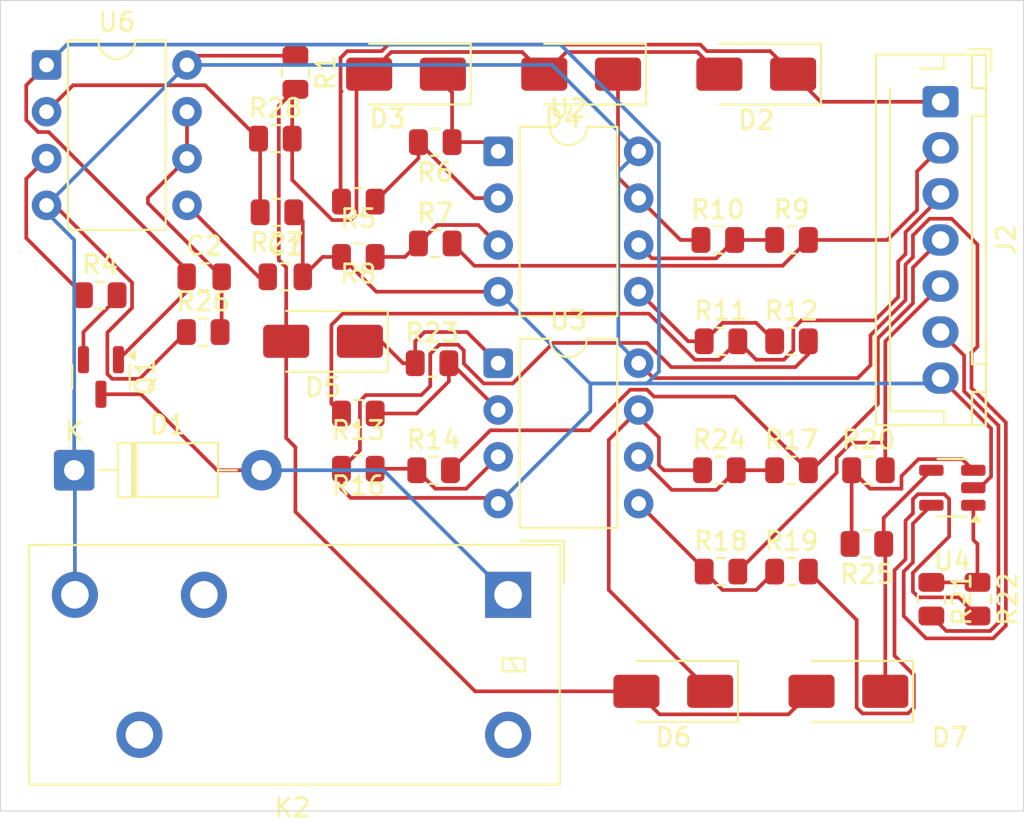
<source format=kicad_pcb>
(kicad_pcb (version 20241229) (generator "pcbnew") (generator_version "9.0")
  (layers (0 "F.Cu" signal) (2 "B.Cu" signal) (13 "F.Paste" user) (15 "B.Paste" user) (5 "F.SilkS" user "F.Silkscreen") (7 "B.SilkS" user "B.Silkscreen") (1 "F.Mask" user) (3 "B.Mask" user) (25 "Edge.Cuts" user))
  (net 0 "")
  (net 1 "/GND")
  (net 2 "Net-(U6-CV)")
  (net 3 "Net-(U6-DIS)")
  (net 4 "/REL")
  (net 5 "/VIN")
  (net 6 "/VD")
  (net 7 "/D10")
  (net 8 "/D20")
  (net 9 "/D30")
  (net 10 "/D40")
  (net 11 "/D50")
  (net 12 "/D60")
  (net 13 "/D22")
  (net 14 "/D12")
  (net 15 "/D42")
  (net 16 "/D52")
  (net 17 "/D32")
  (net 18 "Net-(Q1-G)")
  (net 19 "OUT")
  (net 20 "Net-(U2A--)")
  (net 21 "Net-(U2A-+)")
  (net 22 "Net-(U2B--)")
  (net 23 "Net-(U2B-+)")
  (net 24 "Net-(U3A--)")
  (net 25 "Net-(U3A-+)")
  (net 26 "Net-(U3B--)")
  (net 27 "Net-(U3B-+)")
  (net 28 "Net-(U4--)")
  (net 29 "Net-(U4-+)")
  (net 30 "/TR")
  (footprint "Resistor_SMD:R_0805_2012Metric" (layer "F.Cu") (at 246 143 -90)
    (property "Reference" "R22" (at 0 -1.65 90) (layer "F.SilkS"))
    (property "Value" "10K")
    (pad "1" smd roundrect (at -0.9125 0 270) (size 1.025 1.4) (layers "F.Cu" "F.Mask" "F.Paste") (roundrect_rratio 0.243902) (net 29 "Net-(U4-+)"))
    (pad "2" smd roundrect (at 0.9125 0 270) (size 1.025 1.4) (layers "F.Cu" "F.Mask" "F.Paste") (roundrect_rratio 0.243902) (net 1 "/GND"))
  )
  (footprint "Package_DIP:DIP-8_W7.62mm" (layer "F.Cu") (at 195.5 114)
    (property "Reference" "U6" (at 3.81 -2.33 0) (layer "F.SilkS"))
    (property "Value" "LMC555xN")
    (pad "1" thru_hole roundrect (at 0 0) (size 1.6 1.6) (drill 0.8) (layers "*.Cu" "*.Mask") (roundrect_rratio 0.15625) (net 1 "/GND"))
    (pad "2" thru_hole circle (at 0 2.54) (size 1.6 1.6) (drill 0.8) (layers "*.Cu" "*.Mask") (net 30 "/TR"))
    (pad "3" thru_hole circle (at 0 5.08) (size 1.6 1.6) (drill 0.8) (layers "*.Cu" "*.Mask") (net 19 "OUT"))
    (pad "4" thru_hole circle (at 0 7.62) (size 1.6 1.6) (drill 0.8) (layers "*.Cu" "*.Mask") (net 5 "/VIN"))
    (pad "5" thru_hole circle (at 7.62 7.62) (size 1.6 1.6) (drill 0.8) (layers "*.Cu" "*.Mask") (net 2 "Net-(U6-CV)"))
    (pad "6" thru_hole circle (at 7.62 5.08) (size 1.6 1.6) (drill 0.8) (layers "*.Cu" "*.Mask") (net 3 "Net-(U6-DIS)"))
    (pad "7" thru_hole circle (at 7.62 2.54) (size 1.6 1.6) (drill 0.8) (layers "*.Cu" "*.Mask") (net 3 "Net-(U6-DIS)"))
    (pad "8" thru_hole circle (at 7.62 0) (size 1.6 1.6) (drill 0.8) (layers "*.Cu" "*.Mask") (net 5 "/VIN"))
  )
  (footprint "Resistor_SMD:R_0805_2012Metric" (layer "F.Cu") (at 209 114.4125 -90)
    (property "Reference" "R1" (at 0 -1.65 90) (layer "F.SilkS"))
    (property "Value" "10k")
    (pad "1" smd roundrect (at -0.9125 0 270) (size 1.025 1.4) (layers "F.Cu" "F.Mask" "F.Paste") (roundrect_rratio 0.243902) (net 5 "/VIN"))
    (pad "2" smd roundrect (at 0.9125 0 270) (size 1.025 1.4) (layers "F.Cu" "F.Mask" "F.Paste") (roundrect_rratio 0.243902) (net 6 "/VD"))
  )
  (footprint "Resistor_SMD:R_0805_2012Metric" (layer "F.Cu") (at 216.5 136)
    (property "Reference" "R14" (at 0 -1.65 0) (layer "F.SilkS"))
    (property "Value" "10K")
    (pad "1" smd roundrect (at -0.9125 0) (size 1.025 1.4) (layers "F.Cu" "F.Mask" "F.Paste") (roundrect_rratio 0.243902) (net 25 "Net-(U3A-+)"))
    (pad "2" smd roundrect (at 0.9125 0) (size 1.025 1.4) (layers "F.Cu" "F.Mask" "F.Paste") (roundrect_rratio 0.243902) (net 17 "/D32"))
  )
  (footprint "Diode_SMD:D_SMA" (layer "F.Cu") (at 229.5 148 180)
    (property "Reference" "D6" (at 0 -2.5 0) (layer "F.SilkS"))
    (property "Value" "SS14")
    (pad "1" smd roundrect (at -2 0 180) (size 2.5 1.8) (layers "F.Cu" "F.Mask" "F.Paste") (roundrect_rratio 0.1388888889) (net 11 "/D50"))
    (pad "2" smd roundrect (at 2 0 180) (size 2.5 1.8) (layers "F.Cu" "F.Mask" "F.Paste") (roundrect_rratio 0.1388888889) (net 6 "/VD"))
  )
  (footprint "Resistor_SMD:R_0805_2012Metric" (layer "F.Cu") (at 212.4125 132.92 180)
    (property "Reference" "R13" (at 0 -0.92 0) (layer "F.SilkS"))
    (property "Value" "10K")
    (pad "1" smd roundrect (at -0.9125 0 180) (size 1.025 1.4) (layers "F.Cu" "F.Mask" "F.Paste") (roundrect_rratio 0.243902) (net 24 "Net-(U3A--)"))
    (pad "2" smd roundrect (at 0.9125 0 180) (size 1.025 1.4) (layers "F.Cu" "F.Mask" "F.Paste") (roundrect_rratio 0.243902) (net 13 "/D22"))
  )
  (footprint "Diode_SMD:D_SMA" (layer "F.Cu") (at 215 114.5 180)
    (property "Reference" "D3" (at 1 -2.42 0) (layer "F.SilkS"))
    (property "Value" "SS14")
    (pad "1" smd roundrect (at -2 0 180) (size 2.5 1.8) (layers "F.Cu" "F.Mask" "F.Paste") (roundrect_rratio 0.1388888889) (net 8 "/D20"))
    (pad "2" smd roundrect (at 2 0 180) (size 2.5 1.8) (layers "F.Cu" "F.Mask" "F.Paste") (roundrect_rratio 0.1388888889) (net 6 "/VD"))
  )
  (footprint "Resistor_SMD:R_0805_2012Metric" (layer "F.Cu") (at 207.9125 118)
    (property "Reference" "R28" (at 0 -1.65 0) (layer "F.SilkS"))
    (property "Value" "75k")
    (pad "1" smd roundrect (at -0.9125 0) (size 1.025 1.4) (layers "F.Cu" "F.Mask" "F.Paste") (roundrect_rratio 0.243902) (net 30 "/TR"))
    (pad "2" smd roundrect (at 0.9125 0) (size 1.025 1.4) (layers "F.Cu" "F.Mask" "F.Paste") (roundrect_rratio 0.243902) (net 6 "/VD"))
  )
  (footprint "Resistor_SMD:R_0805_2012Metric" (layer "F.Cu") (at 235.9125 141.5)
    (property "Reference" "R19" (at 0 -1.65 0) (layer "F.SilkS"))
    (property "Value" "10K")
    (pad "1" smd roundrect (at -0.9125 0) (size 1.025 1.4) (layers "F.Cu" "F.Mask" "F.Paste") (roundrect_rratio 0.243902) (net 27 "Net-(U3B-+)"))
    (pad "2" smd roundrect (at 0.9125 0) (size 1.025 1.4) (layers "F.Cu" "F.Mask" "F.Paste") (roundrect_rratio 0.243902) (net 1 "/GND"))
  )
  (footprint "Resistor_SMD:R_0805_2012Metric" (layer "F.Cu") (at 231.9125 123.5)
    (property "Reference" "R10" (at 0 -1.65 0) (layer "F.SilkS"))
    (property "Value" "10K")
    (pad "1" smd roundrect (at -0.9125 0) (size 1.025 1.4) (layers "F.Cu" "F.Mask" "F.Paste") (roundrect_rratio 0.243902) (net 9 "/D30"))
    (pad "2" smd roundrect (at 0.9125 0) (size 1.025 1.4) (layers "F.Cu" "F.Mask" "F.Paste") (roundrect_rratio 0.243902) (net 22 "Net-(U2B--)"))
  )
  (footprint "Resistor_SMD:R_0805_2012Metric" (layer "F.Cu") (at 212.4125 124.42 180)
    (property "Reference" "R8" (at 0 -0.92 0) (layer "F.SilkS"))
    (property "Value" "10K")
    (pad "1" smd roundrect (at -0.9125 0 180) (size 1.025 1.4) (layers "F.Cu" "F.Mask" "F.Paste") (roundrect_rratio 0.243902) (net 21 "Net-(U2A-+)"))
    (pad "2" smd roundrect (at 0.9125 0 180) (size 1.025 1.4) (layers "F.Cu" "F.Mask" "F.Paste") (roundrect_rratio 0.243902) (net 1 "/GND"))
  )
  (footprint "Capacitor_SMD:C_0805_2012Metric" (layer "F.Cu") (at 208.45 125.5)
    (property "Reference" "C1" (at 0 -1.68 0) (layer "F.SilkS"))
    (property "Value" "1uF")
    (pad "1" smd roundrect (at -0.95 0) (size 1 1.45) (layers "F.Cu" "F.Mask" "F.Paste") (net 2 "Net-(U6-CV)"))
    (pad "2" smd roundrect (at 0.95 0) (size 1 1.45) (layers "F.Cu" "F.Mask" "F.Paste") (net 1 "/GND"))
  )
  (footprint "Relay_THT:Relay_SPDT_Panasonic_JW1_FormC" (layer "F.Cu") (at 220.5375 142.7625 180)
    (property "Reference" "K2" (at 11.7 -11.55 0) (layer "F.SilkS"))
    (property "Value" "~")
    (pad "1" thru_hole rect (at 0 0 270) (size 2.5 2.5) (drill 1.5) (layers "*.Cu" "*.Mask") (net 4 "/REL"))
    (pad "2" thru_hole oval (at 16.5 0 270) (size 2.5 2.5) (drill 1.5) (layers "*.Cu" "*.Mask"))
    (pad "4" thru_hole oval (at 23.5 0 270) (size 2.5 2.5) (drill 1.5) (layers "*.Cu" "*.Mask") (net 5 "/VIN"))
    (pad "6" thru_hole oval (at 20 -7.6 270) (size 2.5 2.5) (drill 1.5) (layers "*.Cu" "*.Mask"))
    (pad "8" thru_hole oval (at 0 -7.6 270) (size 2.5 2.5) (drill 1.5) (layers "*.Cu" "*.Mask"))
  )
  (footprint "Package_TO_SOT_SMD:SOT-23" (layer "F.Cu") (at 198.45 130.9375 -90)
    (property "Reference" "Q1" (at 0 -2.4 90) (layer "F.SilkS"))
    (property "Value" "NMOS")
    (pad "1" smd roundrect (at -0.9375 -0.95 270) (size 1.475 0.6) (layers "F.Cu" "F.Mask" "F.Paste") (net 1 "/GND"))
    (pad "2" smd roundrect (at -0.9375 0.95 270) (size 1.475 0.6) (layers "F.Cu" "F.Mask" "F.Paste") (net 18 "Net-(Q1-G)"))
    (pad "3" smd roundrect (at 0.9375 0 270) (size 1.475 0.6) (layers "F.Cu" "F.Mask" "F.Paste") (net 4 "/REL"))
  )
  (footprint "Resistor_SMD:R_0805_2012Metric" (layer "F.Cu") (at 216.5875 123.69)
    (property "Reference" "R7" (at 0 -1.65 0) (layer "F.SilkS"))
    (property "Value" "10K")
    (pad "1" smd roundrect (at -0.9125 0) (size 1.025 1.4) (layers "F.Cu" "F.Mask" "F.Paste") (roundrect_rratio 0.243902) (net 21 "Net-(U2A-+)"))
    (pad "2" smd roundrect (at 0.9125 0) (size 1.025 1.4) (layers "F.Cu" "F.Mask" "F.Paste") (roundrect_rratio 0.243902) (net 14 "/D12"))
  )
  (footprint "Resistor_SMD:R_0805_2012Metric" (layer "F.Cu") (at 212.4125 121.42 180)
    (property "Reference" "R5" (at 0 -0.92 0) (layer "F.SilkS"))
    (property "Value" "10K")
    (pad "1" smd roundrect (at -0.9125 0 180) (size 1.025 1.4) (layers "F.Cu" "F.Mask" "F.Paste") (roundrect_rratio 0.243902) (net 20 "Net-(U2A--)"))
    (pad "2" smd roundrect (at 0.9125 0 180) (size 1.025 1.4) (layers "F.Cu" "F.Mask" "F.Paste") (roundrect_rratio 0.243902) (net 7 "/D10"))
  )
  (footprint "Resistor_SMD:R_0805_2012Metric" (layer "F.Cu") (at 235.9125 129)
    (property "Reference" "R12" (at 0 -1.65 0) (layer "F.SilkS"))
    (property "Value" "10K")
    (pad "1" smd roundrect (at -0.9125 0) (size 1.025 1.4) (layers "F.Cu" "F.Mask" "F.Paste") (roundrect_rratio 0.243902) (net 23 "Net-(U2B-+)"))
    (pad "2" smd roundrect (at 0.9125 0) (size 1.025 1.4) (layers "F.Cu" "F.Mask" "F.Paste") (roundrect_rratio 0.243902) (net 1 "/GND"))
  )
  (footprint "Resistor_SMD:R_0805_2012Metric" (layer "F.Cu") (at 232.0875 129)
    (property "Reference" "R11" (at 0 -1.65 0) (layer "F.SilkS"))
    (property "Value" "10K")
    (pad "1" smd roundrect (at -0.9125 0) (size 1.025 1.4) (layers "F.Cu" "F.Mask" "F.Paste") (roundrect_rratio 0.243902) (net 23 "Net-(U2B-+)"))
    (pad "2" smd roundrect (at 0.9125 0) (size 1.025 1.4) (layers "F.Cu" "F.Mask" "F.Paste") (roundrect_rratio 0.243902) (net 13 "/D22"))
  )
  (footprint "Resistor_SMD:R_0805_2012Metric" (layer "F.Cu") (at 212.4125 135.92 180)
    (property "Reference" "R16" (at 0 -0.92 0) (layer "F.SilkS"))
    (property "Value" "10K")
    (pad "1" smd roundrect (at -0.9125 0 180) (size 1.025 1.4) (layers "F.Cu" "F.Mask" "F.Paste") (roundrect_rratio 0.243902) (net 25 "Net-(U3A-+)"))
    (pad "2" smd roundrect (at 0.9125 0 180) (size 1.025 1.4) (layers "F.Cu" "F.Mask" "F.Paste") (roundrect_rratio 0.243902) (net 1 "/GND"))
  )
  (footprint "Resistor_SMD:R_0805_2012Metric" (layer "F.Cu") (at 243.5 143 -90)
    (property "Reference" "R21" (at 0 -1.65 90) (layer "F.SilkS"))
    (property "Value" "10K")
    (pad "1" smd roundrect (at -0.9125 0 270) (size 1.025 1.4) (layers "F.Cu" "F.Mask" "F.Paste") (roundrect_rratio 0.243902) (net 29 "Net-(U4-+)"))
    (pad "2" smd roundrect (at 0.9125 0 270) (size 1.025 1.4) (layers "F.Cu" "F.Mask" "F.Paste") (roundrect_rratio 0.243902) (net 16 "/D52"))
  )
  (footprint "Connector_JST:JST_XH_B7B-XH-AM_1x07_P2.50mm_Vertical" (layer "F.Cu") (at 244 116 -90)
    (property "Reference" "J2" (at 7.5 -3.55 90) (layer "F.SilkS"))
    (property "Value" "Conn_01x07_Pin")
    (pad "" np_thru_hole circle (at -1.6 2 270) (size 1.2 1.2) (drill 1.2) (layers "*.Cu" "*.Mask"))
    (pad "1" thru_hole roundrect (at 0 0 270) (size 1.7 1.95) (drill 0.95) (layers "*.Cu" "*.Mask") (roundrect_rratio 0.147059) (net 7 "/D10"))
    (pad "2" thru_hole oval (at 2.5 0 270) (size 1.7 1.95) (drill 0.95) (layers "*.Cu" "*.Mask") (net 14 "/D12"))
    (pad "3" thru_hole oval (at 5 0 270) (size 1.7 1.95) (drill 0.95) (layers "*.Cu" "*.Mask") (net 13 "/D22"))
    (pad "4" thru_hole oval (at 7.5 0 270) (size 1.7 1.95) (drill 0.95) (layers "*.Cu" "*.Mask") (net 17 "/D32"))
    (pad "5" thru_hole oval (at 10 0 270) (size 1.7 1.95) (drill 0.95) (layers "*.Cu" "*.Mask") (net 15 "/D42"))
    (pad "6" thru_hole oval (at 12.5 0 270) (size 1.7 1.95) (drill 0.95) (layers "*.Cu" "*.Mask") (net 16 "/D52"))
    (pad "7" thru_hole oval (at 15 0 270) (size 1.7 1.95) (drill 0.95) (layers "*.Cu" "*.Mask") (net 1 "/GND"))
  )
  (footprint "Diode_THT:D_DO-41_SOD81_P10.16mm_Horizontal" (layer "F.Cu") (at 197 136)
    (property "Reference" "D1" (at 5.08 -2.47 0) (layer "F.SilkS"))
    (property "Value" "1N4001")
    (fp_text user "K" (at 0 -2.1 0) (layer "F.SilkS"))
    (pad "1" thru_hole roundrect (at 0 0) (size 2.2 2.2) (drill 1.1) (layers "*.Cu" "*.Mask") (roundrect_rratio 0.113636) (net 5 "/VIN"))
    (pad "2" thru_hole circle (at 10.16 0) (size 2.2 2.2) (drill 1.1) (layers "*.Cu" "*.Mask") (net 4 "/REL"))
  )
  (footprint "Diode_SMD:D_SMA" (layer "F.Cu") (at 234 114.5 180)
    (property "Reference" "D2" (at 0 -2.5 0) (layer "F.SilkS"))
    (property "Value" "SS14")
    (pad "1" smd roundrect (at -2 0 180) (size 2.5 1.8) (layers "F.Cu" "F.Mask" "F.Paste") (roundrect_rratio 0.1388888889) (net 7 "/D10"))
    (pad "2" smd roundrect (at 2 0 180) (size 2.5 1.8) (layers "F.Cu" "F.Mask" "F.Paste") (roundrect_rratio 0.1388888889) (net 6 "/VD"))
  )
  (footprint "Resistor_SMD:R_0805_2012Metric" (layer "F.Cu") (at 240 140 180)
    (property "Reference" "R25" (at 0 -1.65 0) (layer "F.SilkS"))
    (property "Value" "10K")
    (pad "1" smd roundrect (at -0.9125 0 180) (size 1.025 1.4) (layers "F.Cu" "F.Mask" "F.Paste") (roundrect_rratio 0.243902) (net 12 "/D60"))
    (pad "2" smd roundrect (at 0.9125 0 180) (size 1.025 1.4) (layers "F.Cu" "F.Mask" "F.Paste") (roundrect_rratio 0.243902) (net 28 "Net-(U4--)"))
  )
  (footprint "Resistor_SMD:R_0805_2012Metric" (layer "F.Cu") (at 204 128.5)
    (property "Reference" "R26" (at 0 -1.65 0) (layer "F.SilkS"))
    (property "Value" "4.7k")
    (pad "1" smd roundrect (at -0.9125 0) (size 1.025 1.4) (layers "F.Cu" "F.Mask" "F.Paste") (roundrect_rratio 0.243902) (net 5 "/VIN"))
    (pad "2" smd roundrect (at 0.9125 0) (size 1.025 1.4) (layers "F.Cu" "F.Mask" "F.Paste") (roundrect_rratio 0.243902) (net 3 "Net-(U6-DIS)"))
  )
  (footprint "Package_DIP:DIP-8_W7.62mm" (layer "F.Cu") (at 220 118.69)
    (property "Reference" "U2" (at 3.81 -2.33 0) (layer "F.SilkS"))
    (property "Value" "LM358")
    (pad "1" thru_hole roundrect (at 0 0) (size 1.6 1.6) (drill 0.8) (layers "*.Cu" "*.Mask") (roundrect_rratio 0.15625) (net 8 "/D20"))
    (pad "2" thru_hole circle (at 0 2.54) (size 1.6 1.6) (drill 0.8) (layers "*.Cu" "*.Mask") (net 20 "Net-(U2A--)"))
    (pad "3" thru_hole circle (at 0 5.08) (size 1.6 1.6) (drill 0.8) (layers "*.Cu" "*.Mask") (net 21 "Net-(U2A-+)"))
    (pad "4" thru_hole circle (at 0 7.62) (size 1.6 1.6) (drill 0.8) (layers "*.Cu" "*.Mask") (net 1 "/GND"))
    (pad "5" thru_hole circle (at 7.62 7.62) (size 1.6 1.6) (drill 0.8) (layers "*.Cu" "*.Mask") (net 23 "Net-(U2B-+)"))
    (pad "6" thru_hole circle (at 7.62 5.08) (size 1.6 1.6) (drill 0.8) (layers "*.Cu" "*.Mask") (net 22 "Net-(U2B--)"))
    (pad "7" thru_hole circle (at 7.62 2.54) (size 1.6 1.6) (drill 0.8) (layers "*.Cu" "*.Mask") (net 9 "/D30"))
    (pad "8" thru_hole circle (at 7.62 0) (size 1.6 1.6) (drill 0.8) (layers "*.Cu" "*.Mask") (net 5 "/VIN"))
  )
  (footprint "Resistor_SMD:R_0805_2012Metric" (layer "F.Cu") (at 208 122 180)
    (property "Reference" "R27" (at 0 -1.65 0) (layer "F.SilkS"))
    (property "Value" "200k")
    (pad "1" smd roundrect (at -0.9125 0 180) (size 1.025 1.4) (layers "F.Cu" "F.Mask" "F.Paste") (roundrect_rratio 0.243902) (net 1 "/GND"))
    (pad "2" smd roundrect (at 0.9125 0 180) (size 1.025 1.4) (layers "F.Cu" "F.Mask" "F.Paste") (roundrect_rratio 0.243902) (net 30 "/TR"))
  )
  (footprint "Resistor_SMD:R_0805_2012Metric" (layer "F.Cu") (at 216.5875 118.19 180)
    (property "Reference" "R6" (at 0 -1.65 0) (layer "F.SilkS"))
    (property "Value" "10K")
    (pad "1" smd roundrect (at -0.9125 0 180) (size 1.025 1.4) (layers "F.Cu" "F.Mask" "F.Paste") (roundrect_rratio 0.243902) (net 8 "/D20"))
    (pad "2" smd roundrect (at 0.9125 0 180) (size 1.025 1.4) (layers "F.Cu" "F.Mask" "F.Paste") (roundrect_rratio 0.243902) (net 20 "Net-(U2A--)"))
  )
  (footprint "Resistor_SMD:R_0805_2012Metric" (layer "F.Cu") (at 198.4125 126.5)
    (property "Reference" "R4" (at 0 -1.65 0) (layer "F.SilkS"))
    (property "Value" "4.7k")
    (pad "1" smd roundrect (at -0.9125 0) (size 1.025 1.4) (layers "F.Cu" "F.Mask" "F.Paste") (roundrect_rratio 0.243902) (net 19 "OUT"))
    (pad "2" smd roundrect (at 0.9125 0) (size 1.025 1.4) (layers "F.Cu" "F.Mask" "F.Paste") (roundrect_rratio 0.243902) (net 18 "Net-(Q1-G)"))
  )
  (footprint "Package_DIP:DIP-8_W7.62mm" (layer "F.Cu") (at 220 130.19)
    (property "Reference" "U3" (at 3.81 -2.33 0) (layer "F.SilkS"))
    (property "Value" "LM358")
    (pad "1" thru_hole roundrect (at 0 0) (size 1.6 1.6) (drill 0.8) (layers "*.Cu" "*.Mask") (roundrect_rratio 0.15625) (net 10 "/D40"))
    (pad "2" thru_hole circle (at 0 2.54) (size 1.6 1.6) (drill 0.8) (layers "*.Cu" "*.Mask") (net 24 "Net-(U3A--)"))
    (pad "3" thru_hole circle (at 0 5.08) (size 1.6 1.6) (drill 0.8) (layers "*.Cu" "*.Mask") (net 25 "Net-(U3A-+)"))
    (pad "4" thru_hole circle (at 0 7.62) (size 1.6 1.6) (drill 0.8) (layers "*.Cu" "*.Mask") (net 1 "/GND"))
    (pad "5" thru_hole circle (at 7.62 7.62) (size 1.6 1.6) (drill 0.8) (layers "*.Cu" "*.Mask") (net 27 "Net-(U3B-+)"))
    (pad "6" thru_hole circle (at 7.62 5.08) (size 1.6 1.6) (drill 0.8) (layers "*.Cu" "*.Mask") (net 26 "Net-(U3B--)"))
    (pad "7" thru_hole circle (at 7.62 2.54) (size 1.6 1.6) (drill 0.8) (layers "*.Cu" "*.Mask") (net 11 "/D50"))
    (pad "8" thru_hole circle (at 7.62 0) (size 1.6 1.6) (drill 0.8) (layers "*.Cu" "*.Mask") (net 5 "/VIN"))
  )
  (footprint "Resistor_SMD:R_0805_2012Metric" (layer "F.Cu") (at 216.4125 130.19)
    (property "Reference" "R23" (at 0 -1.65 0) (layer "F.SilkS"))
    (property "Value" "10K")
    (pad "1" smd roundrect (at -0.9125 0) (size 1.025 1.4) (layers "F.Cu" "F.Mask" "F.Paste") (roundrect_rratio 0.243902) (net 10 "/D40"))
    (pad "2" smd roundrect (at 0.9125 0) (size 1.025 1.4) (layers "F.Cu" "F.Mask" "F.Paste") (roundrect_rratio 0.243902) (net 24 "Net-(U3A--)"))
  )
  (footprint "Resistor_SMD:R_0805_2012Metric" (layer "F.Cu") (at 235.9125 136)
    (property "Reference" "R17" (at 0 -1.65 0) (layer "F.SilkS"))
    (property "Value" "10K")
    (pad "1" smd roundrect (at -0.9125 0) (size 1.025 1.4) (layers "F.Cu" "F.Mask" "F.Paste") (roundrect_rratio 0.243902) (net 26 "Net-(U3B--)"))
    (pad "2" smd roundrect (at 0.9125 0) (size 1.025 1.4) (layers "F.Cu" "F.Mask" "F.Paste") (roundrect_rratio 0.243902) (net 17 "/D32"))
  )
  (footprint "Resistor_SMD:R_0805_2012Metric" (layer "F.Cu") (at 240.0875 136)
    (property "Reference" "R20" (at 0 -1.65 0) (layer "F.SilkS"))
    (property "Value" "10K")
    (pad "1" smd roundrect (at -0.9125 0) (size 1.025 1.4) (layers "F.Cu" "F.Mask" "F.Paste") (roundrect_rratio 0.243902) (net 28 "Net-(U4--)"))
    (pad "2" smd roundrect (at 0.9125 0) (size 1.025 1.4) (layers "F.Cu" "F.Mask" "F.Paste") (roundrect_rratio 0.243902) (net 15 "/D42"))
  )
  (footprint "Diode_SMD:D_SMA" (layer "F.Cu") (at 224.5 114.5 180)
    (property "Reference" "D4" (at 1 -2.42 0) (layer "F.SilkS"))
    (property "Value" "SS14")
    (pad "1" smd roundrect (at -2 0 180) (size 2.5 1.8) (layers "F.Cu" "F.Mask" "F.Paste") (roundrect_rratio 0.1388888889) (net 9 "/D30"))
    (pad "2" smd roundrect (at 2 0 180) (size 2.5 1.8) (layers "F.Cu" "F.Mask" "F.Paste") (roundrect_rratio 0.1388888889) (net 6 "/VD"))
  )
  (footprint "Package_TO_SOT_SMD:SOT-23-5" (layer "F.Cu") (at 244.6375 136.95 180)
    (property "Reference" "U4" (at 0 -3.9875 0) (layer "F.SilkS"))
    (property "Value" "LM321")
    (pad "1" smd roundrect (at -1.1375 -0.95 180) (size 1.325 0.6) (layers "F.Cu" "F.Mask" "F.Paste") (net 29 "Net-(U4-+)"))
    (pad "2" smd roundrect (at -1.1375 0 180) (size 1.325 0.6) (layers "F.Cu" "F.Mask" "F.Paste") (net 1 "/GND"))
    (pad "3" smd roundrect (at -1.1375 0.95 180) (size 1.325 0.6) (layers "F.Cu" "F.Mask" "F.Paste") (net 28 "Net-(U4--)"))
    (pad "4" smd roundrect (at 1.1375 0.95 180) (size 1.325 0.6) (layers "F.Cu" "F.Mask" "F.Paste") (net 12 "/D60"))
    (pad "5" smd roundrect (at 1.1375 -0.95 180) (size 1.325 0.6) (layers "F.Cu" "F.Mask" "F.Paste") (net 5 "/VIN"))
  )
  (footprint "Diode_SMD:D_SMA" (layer "F.Cu") (at 239 148 180)
    (property "Reference" "D7" (at -5.5 -2.5 0) (layer "F.SilkS"))
    (property "Value" "SS14")
    (pad "1" smd roundrect (at -2 0 180) (size 2.5 1.8) (layers "F.Cu" "F.Mask" "F.Paste") (roundrect_rratio 0.1388888889) (net 12 "/D60"))
    (pad "2" smd roundrect (at 2 0 180) (size 2.5 1.8) (layers "F.Cu" "F.Mask" "F.Paste") (roundrect_rratio 0.1388888889) (net 6 "/VD"))
  )
  (footprint "Diode_SMD:D_SMA" (layer "F.Cu") (at 210.5 129 180)
    (property "Reference" "D5" (at 0 -2.5 0) (layer "F.SilkS"))
    (property "Value" "SS14")
    (pad "1" smd roundrect (at -2 0 180) (size 2.5 1.8) (layers "F.Cu" "F.Mask" "F.Paste") (roundrect_rratio 0.1388888889) (net 10 "/D40"))
    (pad "2" smd roundrect (at 2 0 180) (size 2.5 1.8) (layers "F.Cu" "F.Mask" "F.Paste") (roundrect_rratio 0.1388888889) (net 6 "/VD"))
  )
  (footprint "Resistor_SMD:R_0805_2012Metric" (layer "F.Cu") (at 235.9125 123.5)
    (property "Reference" "R9" (at 0 -1.65 0) (layer "F.SilkS"))
    (property "Value" "10K")
    (pad "1" smd roundrect (at -0.9125 0) (size 1.025 1.4) (layers "F.Cu" "F.Mask" "F.Paste") (roundrect_rratio 0.243902) (net 22 "Net-(U2B--)"))
    (pad "2" smd roundrect (at 0.9125 0) (size 1.025 1.4) (layers "F.Cu" "F.Mask" "F.Paste") (roundrect_rratio 0.243902) (net 14 "/D12"))
  )
  (footprint "Resistor_SMD:R_0805_2012Metric" (layer "F.Cu") (at 232 136)
    (property "Reference" "R24" (at 0 -1.65 0) (layer "F.SilkS"))
    (property "Value" "10K")
    (pad "1" smd roundrect (at -0.9125 0) (size 1.025 1.4) (layers "F.Cu" "F.Mask" "F.Paste") (roundrect_rratio 0.243902) (net 11 "/D50"))
    (pad "2" smd roundrect (at 0.9125 0) (size 1.025 1.4) (layers "F.Cu" "F.Mask" "F.Paste") (roundrect_rratio 0.243902) (net 26 "Net-(U3B--)"))
  )
  (footprint "Capacitor_SMD:C_0805_2012Metric" (layer "F.Cu") (at 204.05 125.5)
    (property "Reference" "C2" (at 0 -1.68 0) (layer "F.SilkS"))
    (property "Value" "1uF")
    (pad "1" smd roundrect (at -0.95 0) (size 1 1.45) (layers "F.Cu" "F.Mask" "F.Paste") (net 1 "/GND"))
    (pad "2" smd roundrect (at 0.95 0) (size 1 1.45) (layers "F.Cu" "F.Mask" "F.Paste") (net 3 "Net-(U6-DIS)"))
  )
  (footprint "Resistor_SMD:R_0805_2012Metric" (layer "F.Cu") (at 232.0875 141.5)
    (property "Reference" "R18" (at 0 -1.65 0) (layer "F.SilkS"))
    (property "Value" "10K")
    (pad "1" smd roundrect (at -0.9125 0) (size 1.025 1.4) (layers "F.Cu" "F.Mask" "F.Paste") (roundrect_rratio 0.243902) (net 27 "Net-(U3B-+)"))
    (pad "2" smd roundrect (at 0.9125 0) (size 1.025 1.4) (layers "F.Cu" "F.Mask" "F.Paste") (roundrect_rratio 0.243902) (net 15 "/D42"))
  )
  (gr_rect (start 193 110.5) (end 248.5 154.5) (stroke (width 0.05)) (fill no) (layer "Edge.Cuts"))
  (segment (start 195.5 114) (end 194.399 115.101) (width 0.2) (layer "F.Cu") (net 1))
  (segment (start 242.099 140.8339) (end 241.5 141.4329) (width 0.2) (layer "F.Cu") (net 1))
  (segment (start 242.551 148.88516) (end 242.23516 149.201) (width 0.2) (layer "F.Cu") (net 1))
  (segment (start 218.1385 130.21466) (end 218.1385 129.50484) (width 0.2) (layer "F.Cu") (net 1))
  (segment (start 212.5 132.24634) (end 212.5 134.92) (width 0.2) (layer "F.Cu") (net 1))
  (segment (start 210.48 124.42) (end 209.4 125.5) (width 0.2) (layer "F.Cu") (net 1))
  (segment (start 222.98716 129.089) (end 220.78516 131.291) (width 0.2) (layer "F.Cu") (net 1))
  (segment (start 246.7385 133.7385) (end 244 131) (width 0.2) (layer "F.Cu") (net 1))
  (segment (start 218.1385 129.50484) (end 217.82266 129.189) (width 0.2) (layer "F.Cu") (net 1))
  (segment (start 211.5 137) (end 211.5 135.92) (width 0.2) (layer "F.Cu") (net 1))
  (segment (start 220.78516 131.291) (end 219.21484 131.291) (width 0.2) (layer "F.Cu") (net 1))
  (segment (start 212 137.5) (end 211.5 137) (width 0.2) (layer "F.Cu") (net 1))
  (segment (start 229.38905 130.402) (end 228.07605 129.089) (width 0.2) (layer "F.Cu") (net 1))
  (segment (start 195.61805 117.641) (end 203.1 125.12295) (width 0.2) (layer "F.Cu") (net 1))
  (segment (start 242.099 138.7339) (end 242.099 140.8339) (width 0.2) (layer "F.Cu") (net 1))
  (segment (start 242.23516 149.201) (end 239.76484 149.201) (width 0.2) (layer "F.Cu") (net 1))
  (segment (start 216.3135 131.4365) (end 215.831 131.919) (width 0.2) (layer "F.Cu") (net 1))
  (segment (start 220 137.81) (end 219.69 137.5) (width 0.2) (layer "F.Cu") (net 1))
  (segment (start 220 126.31) (end 213.39 126.31) (width 0.2) (layer "F.Cu") (net 1))
  (segment (start 236.825 129.7) (end 236.123 130.402) (width 0.2) (layer "F.Cu") (net 1))
  (segment (start 213.39 126.31) (end 211.5 124.42) (width 0.2) (layer "F.Cu") (net 1))
  (segment (start 244.4635 137.559032) (end 244.203468 137.299) (width 0.2) (layer "F.Cu") (net 1))
  (segment (start 212.82734 131.919) (end 212.5 132.24634) (width 0.2) (layer "F.Cu") (net 1))
  (segment (start 215.831 131.919) (end 212.82734 131.919) (width 0.2) (layer "F.Cu") (net 1))
  (segment (start 203.1 125.12295) (end 203.1 125.5) (width 0.2) (layer "F.Cu") (net 1))
  (segment (start 245.775 136.95) (end 246.129468 136.95) (width 0.2) (layer "F.Cu") (net 1))
  (segment (start 246.7385 136.340968) (end 246.7385 133.7385) (width 0.2) (layer "F.Cu") (net 1))
  (segment (start 219.21484 131.291) (end 218.1385 130.21466) (width 0.2) (layer "F.Cu") (net 1))
  (segment (start 217.82266 129.189) (end 216.811 129.189) (width 0.2) (layer "F.Cu") (net 1))
  (segment (start 239.76484 149.201) (end 239.449 148.88516) (width 0.2) (layer "F.Cu") (net 1))
  (segment (start 209.4 122.4875) (end 208.9125 122) (width 0.2) (layer "F.Cu") (net 1))
  (segment (start 244.203468 137.299) (end 242.7681 137.299) (width 0.2) (layer "F.Cu") (net 1))
  (segment (start 241.5 146.06384) (end 242.551 147.11484) (width 0.2) (layer "F.Cu") (net 1))
  (segment (start 246 143.9125) (end 244.9885 142.901) (width 0.2) (layer "F.Cu") (net 1))
  (segment (start 216.3135 129.6865) (end 216.3135 131.4365) (width 0.2) (layer "F.Cu") (net 1))
  (segment (start 211.5 124.42) (end 210.48 124.42) (width 0.2) (layer "F.Cu") (net 1))
  (segment (start 212.5 134.92) (end 211.5 135.92) (width 0.2) (layer "F.Cu") (net 1))
  (segment (start 236.123 130.402) (end 229.38905 130.402) (width 0.2) (layer "F.Cu") (net 1))
  (segment (start 242.551 147.11484) (end 242.551 148.88516) (width 0.2) (layer "F.Cu") (net 1))
  (segment (start 242.499 141.5681) (end 244.4635 139.6036) (width 0.2) (layer "F.Cu") (net 1))
  (segment (start 244.9885 142.901) (end 242.81484 142.901) (width 0.2) (layer "F.Cu") (net 1))
  (segment (start 239.449 144.124) (end 236.825 141.5) (width 0.2) (layer "F.Cu") (net 1))
  (segment (start 242.7681 137.299) (end 242.5 137.5671) (width 0.2) (layer "F.Cu") (net 1))
  (segment (start 242.81484 142.901) (end 242.499 142.58516) (width 0.2) (layer "F.Cu") (net 1))
  (segment (start 246.129468 136.95) (end 246.7385 136.340968) (width 0.2) (layer "F.Cu") (net 1))
  (segment (start 241.5 141.4329) (end 241.5 146.06384) (width 0.2) (layer "F.Cu") (net 1))
  (segment (start 242.499 142.58516) (end 242.499 141.5681) (width 0.2) (layer "F.Cu") (net 1))
  (segment (start 203.1 125.5) (end 203.1 126.3) (width 0.2) (layer "F.Cu") (net 1))
  (segment (start 195.04395 117.641) (end 195.61805 117.641) (width 0.2) (layer "F.Cu") (net 1))
  (segment (start 203.1 126.3) (end 199.4 130) (width 0.2) (layer "F.Cu") (net 1))
  (segment (start 209.4 125.5) (end 209.4 122.4875) (width 0.2) (layer "F.Cu") (net 1))
  (segment (start 239.449 148.88516) (end 239.449 144.124) (width 0.2) (layer "F.Cu") (net 1))
  (segment (start 242.5 138.3329) (end 242.099 138.7339) (width 0.2) (layer "F.Cu") (net 1))
  (segment (start 242.5 137.5671) (end 242.5 138.3329) (width 0.2) (layer "F.Cu") (net 1))
  (segment (start 244.4635 139.6036) (end 244.4635 137.559032) (width 0.2) (layer "F.Cu") (net 1))
  (segment (start 228.07605 129.089) (end 222.98716 129.089) (width 0.2) (layer "F.Cu") (net 1))
  (segment (start 236.825 129) (end 236.825 129.7) (width 0.2) (layer "F.Cu") (net 1))
  (segment (start 194.399 116.99605) (end 195.04395 117.641) (width 0.2) (layer "F.Cu") (net 1))
  (segment (start 194.399 115.101) (end 194.399 116.99605) (width 0.2) (layer "F.Cu") (net 1))
  (segment (start 219.69 137.5) (end 212 137.5) (width 0.2) (layer "F.Cu") (net 1))
  (segment (start 216.811 129.189) (end 216.3135 129.6865) (width 0.2) (layer "F.Cu") (net 1))
  (segment (start 228.07605 131.291) (end 228.721 130.64605) (width 0.2) (layer "B.Cu") (net 1))
  (segment (start 228.721 130.64605) (end 228.721 118.23395) (width 0.2) (layer "B.Cu") (net 1))
  (segment (start 224.981 131.291) (end 228.07605 131.291) (width 0.2) (layer "B.Cu") (net 1))
  (segment (start 196.601 112.899) (end 195.5 114) (width 0.2) (layer "B.Cu") (net 1))
  (segment (start 244 131) (end 243.709 131.291) (width 0.2) (layer "B.Cu") (net 1))
  (segment (start 228.721 118.23395) (end 223.38605 112.899) (width 0.2) (layer "B.Cu") (net 1))
  (segment (start 220 137.81) (end 225 132.81) (width 0.2) (layer "B.Cu") (net 1))
  (segment (start 225 131.291) (end 224.981 131.291) (width 0.2) (layer "B.Cu") (net 1))
  (segment (start 223.38605 112.899) (end 196.601 112.899) (width 0.2) (layer "B.Cu") (net 1))
  (segment (start 243.709 131.291) (end 225 131.291) (width 0.2) (layer "B.Cu") (net 1))
  (segment (start 220 126.31) (end 224.981 131.291) (width 0.2) (layer "B.Cu") (net 1))
  (segment (start 225 132.81) (end 225 131.291) (width 0.2) (layer "B.Cu") (net 1))
  (segment (start 203.12 121.62) (end 207 125.5) (width 0.2) (layer "F.Cu") (net 2))
  (segment (start 207 125.5) (end 207.5 125.5) (width 0.2) (layer "F.Cu") (net 2))
  (segment (start 205 128.4125) (end 204.9125 128.5) (width 0.2) (layer "F.Cu") (net 3))
  (segment (start 203.12 119.08) (end 201 121.2) (width 0.2) (layer "F.Cu") (net 3))
  (segment (start 201 121.5) (end 205 125.5) (width 0.2) (layer "F.Cu") (net 3))
  (segment (start 203.12 116.54) (end 203.12 119.08) (width 0.2) (layer "F.Cu") (net 3))
  (segment (start 201 121.2) (end 201 121.5) (width 0.2) (layer "F.Cu") (net 3))
  (segment (start 205 125.5) (end 205 128.4125) (width 0.2) (layer "F.Cu") (net 3))
  (segment (start 204.75 136) (end 207.16 136) (width 0.2) (layer "F.Cu") (net 4))
  (segment (start 198.45 131.875) (end 200.625 131.875) (width 0.2) (layer "F.Cu") (net 4))
  (segment (start 200.625 131.875) (end 204.75 136) (width 0.2) (layer "F.Cu") (net 4))
  (segment (start 213.775 136) (end 220.5375 142.7625) (width 0.2) (layer "B.Cu") (net 4))
  (segment (start 207.16 136) (end 213.775 136) (width 0.2) (layer "B.Cu") (net 4))
  (segment (start 203.62 113.5) (end 203.12 114) (width 0.2) (layer "F.Cu") (net 5))
  (segment (start 200.1385 125.81484) (end 195.94366 121.62) (width 0.2) (layer "F.Cu") (net 5))
  (segment (start 243.21584 145.127) (end 242 143.91116) (width 0.2) (layer "F.Cu") (net 5))
  (segment (start 239.5 131) (end 240.198 130.302) (width 0.2) (layer "F.Cu") (net 5))
  (segment (start 198.799 130.778468) (end 198.799 128.52466) (width 0.2) (layer "F.Cu") (net 5))
  (segment (start 198.799 128.52466) (end 200.1385 127.18516) (width 0.2) (layer "F.Cu") (net 5))
  (segment (start 246 129.2869) (end 245.677 129.6099) (width 0.2) (layer "F.Cu") (net 5))
  (segment (start 247.5405 144.43776) (end 246.85126 145.127) (width 0.2) (layer "F.Cu") (net 5))
  (segment (start 240.198 130.302) (end 240.198 128.6678) (width 0.2) (layer "F.Cu") (net 5))
  (segment (start 242 141.5) (end 242.5 141) (width 0.2) (layer "F.Cu") (net 5))
  (segment (start 242.099 126.7668) (end 242.099 124.8339) (width 0.2) (layer "F.Cu") (net 5))
  (segment (start 242 143.91116) (end 242 141.5) (width 0.2) (layer "F.Cu") (net 5))
  (segment (start 244.60176 122.349) (end 246 123.74724) (width 0.2) (layer "F.Cu") (net 5))
  (segment (start 200.549 131.0385) (end 199.059032 131.0385) (width 0.2) (layer "F.Cu") (net 5))
  (segment (start 242.5 123.24724) (end 243.39824 122.349) (width 0.2) (layer "F.Cu") (net 5))
  (segment (start 245.677 129.6099) (end 245.677 131.5428) (width 0.2) (layer "F.Cu") (net 5))
  (segment (start 200.1385 127.18516) (end 200.1385 125.81484) (width 0.2) (layer "F.Cu") (net 5))
  (segment (start 242.5 138.9) (end 243.5 137.9) (width 0.2) (layer "F.Cu") (net 5))
  (segment (start 203.0875 128.5) (end 200.549 131.0385) (width 0.2) (layer "F.Cu") (net 5))
  (segment (start 246 123.74724) (end 246 129.2869) (width 0.2) (layer "F.Cu") (net 5))
  (segment (start 227.62 130.19) (end 228.43 131) (width 0.2) (layer "F.Cu") (net 5))
  (segment (start 240.198 128.6678) (end 242.099 126.7668) (width 0.2) (layer "F.Cu") (net 5))
  (segment (start 246.85126 145.127) (end 243.21584 145.127) (width 0.2) (layer "F.Cu") (net 5))
  (segment (start 242.5 124.4329) (end 242.5 123.24724) (width 0.2) (layer "F.Cu") (net 5))
  (segment (start 247.5405 133.4063) (end 247.5405 144.43776) (width 0.2) (layer "F.Cu") (net 5))
  (segment (start 199.059032 131.0385) (end 198.799 130.778468) (width 0.2) (layer "F.Cu") (net 5))
  (segment (start 195.94366 121.62) (end 195.5 121.62) (width 0.2) (layer "F.Cu") (net 5))
  (segment (start 243.39824 122.349) (end 244.60176 122.349) (width 0.2) (layer "F.Cu") (net 5))
  (segment (start 242.099 124.8339) (end 242.5 124.4329) (width 0.2) (layer "F.Cu") (net 5))
  (segment (start 228.43 131) (end 239.5 131) (width 0.2) (layer "F.Cu") (net 5))
  (segment (start 242.5 141) (end 242.5 138.9) (width 0.2) (layer "F.Cu") (net 5))
  (segment (start 209 113.5) (end 203.62 113.5) (width 0.2) (layer "F.Cu") (net 5))
  (segment (start 245.677 131.5428) (end 247.5405 133.4063) (width 0.2) (layer "F.Cu") (net 5))
  (segment (start 227.62 118.69) (end 226.519 119.791) (width 0.2) (layer "B.Cu") (net 5))
  (segment (start 226.519 119.791) (end 226.519 129.089) (width 0.2) (layer "B.Cu") (net 5))
  (segment (start 197 136.5) (end 197.0375 136.5375) (width 0.2) (layer "B.Cu") (net 5))
  (segment (start 195.5 121.62) (end 195.5 122) (width 0.2) (layer "B.Cu") (net 5))
  (segment (start 195.5 122) (end 197 123.5) (width 0.2) (layer "B.Cu") (net 5))
  (segment (start 227.62 118.69) (end 222.93 114) (width 0.2) (layer "B.Cu") (net 5))
  (segment (start 203.12 114) (end 195.5 121.62) (width 0.2) (layer "B.Cu") (net 5))
  (segment (start 222.93 114) (end 203.12 114) (width 0.2) (layer "B.Cu") (net 5))
  (segment (start 197 123.5) (end 197 136) (width 0.2) (layer "B.Cu") (net 5))
  (segment (start 226.519 129.089) (end 227.62 130.19) (width 0.2) (layer "B.Cu") (net 5))
  (segment (start 197 136) (end 197 136.5) (width 0.2) (layer "B.Cu") (net 5))
  (segment (start 197.0375 136.5375) (end 197.0375 142.7625) (width 0.2) (layer "B.Cu") (net 5))
  (segment (start 218.75 148) (end 209 138.25) (width 0.2) (layer "F.Cu") (net 6))
  (segment (start 208.825 118) (end 208.825 115.5) (width 0.2) (layer "F.Cu") (net 6))
  (segment (start 232 114.5) (end 230.799 113.299) (width 0.2) (layer "F.Cu") (net 6))
  (segment (start 213 114.5) (end 212.3135 115.1865) (width 0.2) (layer "F.Cu") (net 6))
  (segment (start 212.3135 115.1865) (end 212.3135 122.10516) (width 0.2) (layer "F.Cu") (net 6))
  (segment (start 214.201 113.299) (end 213 114.5) (width 0.2) (layer "F.Cu") (net 6))
  (segment (start 208.5 124.98884) (end 208.5 129) (width 0.2) (layer "F.Cu") (net 6))
  (segment (start 208.5 134.25) (end 208.5 129) (width 0.2) (layer "F.Cu") (net 6))
  (segment (start 208.825 115.5) (end 209 115.325) (width 0.2) (layer "F.Cu") (net 6))
  (segment (start 230.799 113.299) (end 223.701 113.299) (width 0.2) (layer "F.Cu") (net 6))
  (segment (start 221.299 113.299) (end 214.201 113.299) (width 0.2) (layer "F.Cu") (net 6))
  (segment (start 237 148) (end 235.75 149.25) (width 0.2) (layer "F.Cu") (net 6))
  (segment (start 208.099 124.58784) (end 208.5 124.98884) (width 0.2) (layer "F.Cu") (net 6))
  (segment (start 222.5 114.5) (end 221.299 113.299) (width 0.2) (layer "F.Cu") (net 6))
  (segment (start 208.099 116.226) (end 208.099 124.58784) (width 0.2) (layer "F.Cu") (net 6))
  (segment (start 212.3135 122.10516) (end 211.99766 122.421) (width 0.2) (layer "F.Cu") (net 6))
  (segment (start 211.00234 122.421) (end 208.825 120.24366) (width 0.2) (layer "F.Cu") (net 6))
  (segment (start 209 115.325) (end 208.099 116.226) (width 0.2) (layer "F.Cu") (net 6))
  (segment (start 208.825 120.24366) (end 208.825 118) (width 0.2) (layer "F.Cu") (net 6))
  (segment (start 227.5 148) (end 218.75 148) (width 0.2) (layer "F.Cu") (net 6))
  (segment (start 211.99766 122.421) (end 211.00234 122.421) (width 0.2) (layer "F.Cu") (net 6))
  (segment (start 223.701 113.299) (end 222.5 114.5) (width 0.2) (layer "F.Cu") (net 6))
  (segment (start 209 138.25) (end 209 134.75) (width 0.2) (layer "F.Cu") (net 6))
  (segment (start 209 134.75) (end 208.5 134.25) (width 0.2) (layer "F.Cu") (net 6))
  (segment (start 235.75 149.25) (end 228.75 149.25) (width 0.2) (layer "F.Cu") (net 6))
  (segment (start 228.75 149.25) (end 227.5 148) (width 0.2) (layer "F.Cu") (net 6))
  (segment (start 211.449 121.369) (end 211.5 121.42) (width 0.2) (layer "F.Cu") (net 7))
  (segment (start 211.49837 115.43453) (end 211.449 115.4839) (width 0.2) (layer "F.Cu") (net 7))
  (segment (start 213.6829 113.25) (end 211.81384 113.25) (width 0.2) (layer "F.Cu") (net 7))
  (segment (start 236 114.5) (end 234.75 113.25) (width 0.2) (layer "F.Cu") (net 7))
  (segment (start 231.3171 113.25) (end 230.9651 112.898) (width 0.2) (layer "F.Cu") (net 7))
  (segment (start 211.449 113.61484) (end 211.449 115.38516) (width 0.2) (layer "F.Cu") (net 7))
  (segment (start 211.449 115.4839) (end 211.449 121.369) (width 0.2) (layer "F.Cu") (net 7))
  (segment (start 234.75 113.25) (end 231.3171 113.25) (width 0.2) (layer "F.Cu") (net 7))
  (segment (start 214.0349 112.898) (end 213.6829 113.25) (width 0.2) (layer "F.Cu") (net 7))
  (segment (start 237.5 116) (end 236 114.5) (width 0.2) (layer "F.Cu") (net 7))
  (segment (start 230.9651 112.898) (end 214.0349 112.898) (width 0.2) (layer "F.Cu") (net 7))
  (segment (start 211.81384 113.25) (end 211.449 113.61484) (width 0.2) (layer "F.Cu") (net 7))
  (segment (start 211.449 115.38516) (end 211.49837 115.43453) (width 0.2) (layer "F.Cu") (net 7))
  (segment (start 244 116) (end 237.5 116) (width 0.2) (layer "F.Cu") (net 7))
  (segment (start 217 115) (end 217.5 115.5) (width 0.2) (layer "F.Cu") (net 8))
  (segment (start 217.5 118.19) (end 219.5 118.19) (width 0.2) (layer "F.Cu") (net 8))
  (segment (start 219.5 118.19) (end 220 118.69) (width 0.2) (layer "F.Cu") (net 8))
  (segment (start 217 114.5) (end 217 115) (width 0.2) (layer "F.Cu") (net 8))
  (segment (start 217.5 115.5) (end 217.5 118.19) (width 0.2) (layer "F.Cu") (net 8))
  (segment (start 227.62 121.23) (end 226.5 120.11) (width 0.2) (layer "F.Cu") (net 9))
  (segment (start 226.5 120.11) (end 226.5 114.5) (width 0.2) (layer "F.Cu") (net 9))
  (segment (start 229.89 123.5) (end 227.62 121.23) (width 0.2) (layer "F.Cu") (net 9))
  (segment (start 231 123.5) (end 229.89 123.5) (width 0.2) (layer "F.Cu") (net 9))
  (segment (start 214.835759 130.19) (end 213.645759 129) (width 0.2) (layer "F.Cu") (net 10))
  (segment (start 215.5 130.19) (end 214.835759 130.19) (width 0.2) (layer "F.Cu") (net 10))
  (segment (start 215.5 130.19) (end 215.5 129) (width 0.2) (layer "F.Cu") (net 10))
  (segment (start 218.31 128.5) (end 220 130.19) (width 0.2) (layer "F.Cu") (net 10))
  (segment (start 215.5 129) (end 216 128.5) (width 0.2) (layer "F.Cu") (net 10))
  (segment (start 213.645759 129) (end 212.5 129) (width 0.2) (layer "F.Cu") (net 10))
  (segment (start 216 128.5) (end 218.31 128.5) (width 0.2) (layer "F.Cu") (net 10))
  (segment (start 228.721 135.721) (end 228.721 134.221) (width 0.2) (layer "F.Cu") (net 11))
  (segment (start 227.62 133.12) (end 227.62 132.73) (width 0.2) (layer "F.Cu") (net 11))
  (segment (start 231.0875 136) (end 229 136) (width 0.2) (layer "F.Cu") (net 11))
  (segment (start 226 142.5) (end 226 134.35) (width 0.2) (layer "F.Cu") (net 11))
  (segment (start 229 136) (end 228.721 135.721) (width 0.2) (layer "F.Cu") (net 11))
  (segment (start 226 134.35) (end 227.62 132.73) (width 0.2) (layer "F.Cu") (net 11))
  (segment (start 228.721 134.221) (end 227.62 133.12) (width 0.2) (layer "F.Cu") (net 11))
  (segment (start 231.5 148) (end 226 142.5) (width 0.2) (layer "F.Cu") (net 11))
  (segment (start 240.9125 138.5875) (end 240.9125 140) (width 0.2) (layer "F.Cu") (net 12))
  (segment (start 243.5 136) (end 240.9125 138.5875) (width 0.2) (layer "F.Cu") (net 12))
  (segment (start 241 148) (end 241 140.0875) (width 0.2) (layer "F.Cu") (net 12))
  (segment (start 241 140.0875) (end 240.9125 140) (width 0.2) (layer "F.Cu") (net 12))
  (segment (start 210.949 132.369) (end 210.949 128.11484) (width 0.2) (layer "F.Cu") (net 13))
  (segment (start 244 121.18014) (end 244 121) (width 0.2) (layer "F.Cu") (net 13))
  (segment (start 236.0115 129.4885) (end 236.0115 128.31484) (width 0.2) (layer "F.Cu") (net 13))
  (segment (start 235.499 130.001) (end 236.0115 129.4885) (width 0.2) (layer "F.Cu") (net 13))
  (segment (start 228.17634 127.5) (end 230.67734 130.001) (width 0.2) (layer "F.Cu") (net 13))
  (segment (start 242.099 124.2668) (end 242.099 123.08114) (width 0.2) (layer "F.Cu") (net 13))
  (segment (start 241.698 126.6007) (end 241.698 124.6678) (width 0.2) (layer "F.Cu") (net 13))
  (segment (start 230.67734 130.001) (end 231.999 130.001) (width 0.2) (layer "F.Cu") (net 13))
  (segment (start 236.458344 127.867996) (end 240.430704 127.867996) (width 0.2) (layer "F.Cu") (net 13))
  (segment (start 234.001 130.001) (end 235.499 130.001) (width 0.2) (layer "F.Cu") (net 13))
  (segment (start 240.430704 127.867996) (end 241.698 126.6007) (width 0.2) (layer "F.Cu") (net 13))
  (segment (start 233 129) (end 234.001 130.001) (width 0.2) (layer "F.Cu") (net 13))
  (segment (start 231.999 130.001) (end 233 129) (width 0.2) (layer "F.Cu") (net 13))
  (segment (start 210.949 128.11484) (end 211.56384 127.5) (width 0.2) (layer "F.Cu") (net 13))
  (segment (start 241.698 124.6678) (end 242.099 124.2668) (width 0.2) (layer "F.Cu") (net 13))
  (segment (start 211.5 132.92) (end 210.949 132.369) (width 0.2) (layer "F.Cu") (net 13))
  (segment (start 236.0115 128.31484) (end 236.458344 127.867996) (width 0.2) (layer "F.Cu") (net 13))
  (segment (start 242.099 123.08114) (end 244 121.18014) (width 0.2) (layer "F.Cu") (net 13))
  (segment (start 211.56384 127.5) (end 228.17634 127.5) (width 0.2) (layer "F.Cu") (net 13))
  (segment (start 235.424 124.901) (end 236.825 123.5) (width 0.2) (layer "F.Cu") (net 14))
  (segment (start 241.11304 123.5) (end 236.825 123.5) (width 0.2) (layer "F.Cu") (net 14))
  (segment (start 242.724 119.776) (end 242.724 121.88904) (width 0.2) (layer "F.Cu") (net 14))
  (segment (start 217.5 123.69) (end 218.711 124.901) (width 0.2) (layer "F.Cu") (net 14))
  (segment (start 244 118.5) (end 242.724 119.776) (width 0.2) (layer "F.Cu") (net 14))
  (segment (start 218.711 124.901) (end 235.424 124.901) (width 0.2) (layer "F.Cu") (net 14))
  (segment (start 242.724 121.88904) (end 241.11304 123.5) (width 0.2) (layer "F.Cu") (net 14))
  (segment (start 238.3615 136.1385) (end 238.3615 135.31484) (width 0.2) (layer "F.Cu") (net 15))
  (segment (start 241 134.5) (end 241 129) (width 0.2) (layer "F.Cu") (net 15))
  (segment (start 241 136) (end 241 134.5) (width 0.2) (layer "F.Cu") (net 15))
  (segment (start 233 141.5) (end 238.3615 136.1385) (width 0.2) (layer "F.Cu") (net 15))
  (segment (start 241 129) (end 244 126) (width 0.2) (layer "F.Cu") (net 15))
  (segment (start 238.3615 135.31484) (end 239.17634 134.5) (width 0.2) (layer "F.Cu") (net 15))
  (segment (start 239.17634 134.5) (end 241 134.5) (width 0.2) (layer "F.Cu") (net 15))
  (segment (start 245.276 129.776) (end 244 128.5) (width 0.2) (layer "F.Cu") (net 16))
  (segment (start 244.3135 144.726) (end 246.68516 144.726) (width 0.2) (layer "F.Cu") (net 16))
  (segment (start 245.276 131.7089) (end 245.276 129.776) (width 0.2) (layer "F.Cu") (net 16))
  (segment (start 246.68516 144.726) (end 247.1395 144.27166) (width 0.2) (layer "F.Cu") (net 16))
  (segment (start 243.5 143.9125) (end 244.3135 144.726) (width 0.2) (layer "F.Cu") (net 16))
  (segment (start 247.1395 144.27166) (end 247.1395 133.5724) (width 0.2) (layer "F.Cu") (net 16))
  (segment (start 247.1395 133.5724) (end 245.276 131.7089) (width 0.2) (layer "F.Cu") (net 16))
  (segment (start 237 136) (end 240.599 132.401) (width 0.2) (layer "F.Cu") (net 17))
  (segment (start 232.825 132) (end 228.44705 132) (width 0.2) (layer "F.Cu") (net 17))
  (segment (start 224.96195 133.831) (end 219.5815 133.831) (width 0.2) (layer "F.Cu") (net 17))
  (segment (start 228.07605 131.629) (end 227.16395 131.629) (width 0.2) (layer "F.Cu") (net 17))
  (segment (start 242.5 126.9329) (end 242.5 125) (width 0.2) (layer "F.Cu") (net 17))
  (segment (start 227.16395 131.629) (end 224.96195 133.831) (width 0.2) (layer "F.Cu") (net 17))
  (segment (start 236.825 136) (end 232.825 132) (width 0.2) (layer "F.Cu") (net 17))
  (segment (start 240.599 132.401) (end 240.599 128.8339) (width 0.2) (layer "F.Cu") (net 17))
  (segment (start 240.599 128.8339) (end 242.5 126.9329) (width 0.2) (layer "F.Cu") (net 17))
  (segment (start 242.5 125) (end 244 123.5) (width 0.2) (layer "F.Cu") (net 17))
  (segment (start 219.5815 133.831) (end 217.4125 136) (width 0.2) (layer "F.Cu") (net 17))
  (segment (start 228.44705 132) (end 228.07605 131.629) (width 0.2) (layer "F.Cu") (net 17))
  (segment (start 236.825 136) (end 237 136) (width 0.2) (layer "F.Cu") (net 17))
  (segment (start 199.325 126.675) (end 197.5 128.5) (width 0.2) (layer "F.Cu") (net 18))
  (segment (start 197.5 128.5) (end 197.5 130) (width 0.2) (layer "F.Cu") (net 18))
  (segment (start 199.325 126.5) (end 199.325 126.675) (width 0.2) (layer "F.Cu") (net 18))
  (segment (start 194.399 120.181) (end 194.399 123.399) (width 0.2) (layer "F.Cu") (net 19))
  (segment (start 194.399 123.399) (end 197.5 126.5) (width 0.2) (layer "F.Cu") (net 19))
  (segment (start 195.5 119.08) (end 194.399 120.181) (width 0.2) (layer "F.Cu") (net 19))
  (segment (start 215.675 118.19) (end 215.675 119.07) (width 0.2) (layer "F.Cu") (net 20))
  (segment (start 215.675 118.19) (end 218.715 121.23) (width 0.2) (layer "F.Cu") (net 20))
  (segment (start 218.715 121.23) (end 220 121.23) (width 0.2) (layer "F.Cu") (net 20))
  (segment (start 215.675 119.07) (end 213.325 121.42) (width 0.2) (layer "F.Cu") (net 20))
  (segment (start 214.945 124.42) (end 215.675 123.69) (width 0.2) (layer "F.Cu") (net 21))
  (segment (start 215.675 123.69) (end 216.676 122.689) (width 0.2) (layer "F.Cu") (net 21))
  (segment (start 216.676 122.689) (end 218.919 122.689) (width 0.2) (layer "F.Cu") (net 21))
  (segment (start 218.919 122.689) (end 220 123.77) (width 0.2) (layer "F.Cu") (net 21))
  (segment (start 213.325 124.42) (end 214.945 124.42) (width 0.2) (layer "F.Cu") (net 21))
  (segment (start 231.825 124.5) (end 228.35 124.5) (width 0.2) (layer "F.Cu") (net 22))
  (segment (start 228.35 124.5) (end 227.62 123.77) (width 0.2) (layer "F.Cu") (net 22))
  (segment (start 235 123.5) (end 232.825 123.5) (width 0.2) (layer "F.Cu") (net 22))
  (segment (start 232.825 123.5) (end 231.825 124.5) (width 0.2) (layer "F.Cu") (net 22))
  (segment (start 227.62 126.31) (end 230.31 129) (width 0.2) (layer "F.Cu") (net 23))
  (segment (start 232.176 127.999) (end 231.175 129) (width 0.2) (layer "F.Cu") (net 23))
  (segment (start 235 129) (end 233.999 127.999) (width 0.2) (layer "F.Cu") (net 23))
  (segment (start 230.31 129) (end 231.175 129) (width 0.2) (layer "F.Cu") (net 23))
  (segment (start 233.999 127.999) (end 232.176 127.999) (width 0.2) (layer "F.Cu") (net 23))
  (segment (start 217.325 130.19) (end 217.46 130.19) (width 0.2) (layer "F.Cu") (net 24))
  (segment (start 217.325 130.19) (end 217.325 131.175) (width 0.2) (layer "F.Cu") (net 24))
  (segment (start 215.58 132.92) (end 213.325 132.92) (width 0.2) (layer "F.Cu") (net 24))
  (segment (start 217.325 131.175) (end 215.58 132.92) (width 0.2) (layer "F.Cu") (net 24))
  (segment (start 217.46 130.19) (end 220 132.73) (width 0.2) (layer "F.Cu") (net 24))
  (segment (start 215.5875 136) (end 215.5 136) (width 0.2) (layer "F.Cu") (net 25))
  (segment (start 215.5 136) (end 215.42 135.92) (width 0.2) (layer "F.Cu") (net 25))
  (segment (start 215.42 135.92) (end 213.325 135.92) (width 0.2) (layer "F.Cu") (net 25))
  (segment (start 220 135.27) (end 218.269 137.001) (width 0.2) (layer "F.Cu") (net 25))
  (segment (start 216.5885 137.001) (end 215.5875 136) (width 0.2) (layer "F.Cu") (net 25))
  (segment (start 218.269 137.001) (end 216.5885 137.001) (width 0.2) (layer "F.Cu") (net 25))
  (segment (start 232.9125 136) (end 235 136) (width 0.2) (layer "F.Cu") (net 26))
  (segment (start 231.846025 137.066475) (end 229.416475 137.066475) (width 0.2) (layer "F.Cu") (net 26))
  (segment (start 229.416475 137.066475) (end 227.62 135.27) (width 0.2) (layer "F.Cu") (net 26))
  (segment (start 232.9125 136) (end 231.846025 137.066475) (width 0.2) (layer "F.Cu") (net 26))
  (segment (start 233.999 142.501) (end 232.176 142.501) (width 0.2) (layer "F.Cu") (net 27))
  (segment (start 235 141.5) (end 233.999 142.501) (width 0.2) (layer "F.Cu") (net 27))
  (segment (start 232.176 142.501) (end 231.175 141.5) (width 0.2) (layer "F.Cu") (net 27))
  (segment (start 227.62 137.81) (end 231.175 141.365) (width 0.2) (layer "F.Cu") (net 27))
  (segment (start 231.175 141.365) (end 231.175 141.5) (width 0.2) (layer "F.Cu") (net 27))
  (segment (start 239.175 136) (end 240.175 137) (width 0.2) (layer "F.Cu") (net 28))
  (segment (start 241.877468 136.318064) (end 242.796532 135.399) (width 0.2) (layer "F.Cu") (net 28))
  (segment (start 245.174 135.399) (end 245.775 136) (width 0.2) (layer "F.Cu") (net 28))
  (segment (start 239.175 139.9125) (end 239.0875 140) (width 0.2) (layer "F.Cu") (net 28))
  (segment (start 239.175 136) (end 239.175 139.9125) (width 0.2) (layer "F.Cu") (net 28))
  (segment (start 242.796532 135.399) (end 245.174 135.399) (width 0.2) (layer "F.Cu") (net 28))
  (segment (start 241.877468 137) (end 241.877468 136.318064) (width 0.2) (layer "F.Cu") (net 28))
  (segment (start 240.175 137) (end 241.877468 137) (width 0.2) (layer "F.Cu") (net 28))
  (segment (start 243.5 142.0875) (end 246 142.0875) (width 0.2) (layer "F.Cu") (net 29))
  (segment (start 245.775 139.775) (end 245.775 137.9) (width 0.2) (layer "F.Cu") (net 29))
  (segment (start 246 140) (end 245.775 139.775) (width 0.2) (layer "F.Cu") (net 29))
  (segment (start 246 142.0875) (end 246 140) (width 0.2) (layer "F.Cu") (net 29))
  (segment (start 196.939 115.101) (end 195.5 116.54) (width 0.2) (layer "F.Cu") (net 30))
  (segment (start 207.0875 118.0875) (end 207 118) (width 0.2) (layer "F.Cu") (net 30))
  (segment (start 207 118) (end 204.101 115.101) (width 0.2) (layer "F.Cu") (net 30))
  (segment (start 207.0875 122) (end 207.0875 118.0875) (width 0.2) (layer "F.Cu") (net 30))
  (segment (start 204.101 115.101) (end 196.939 115.101) (width 0.2) (layer "F.Cu") (net 30))
)
</source>
